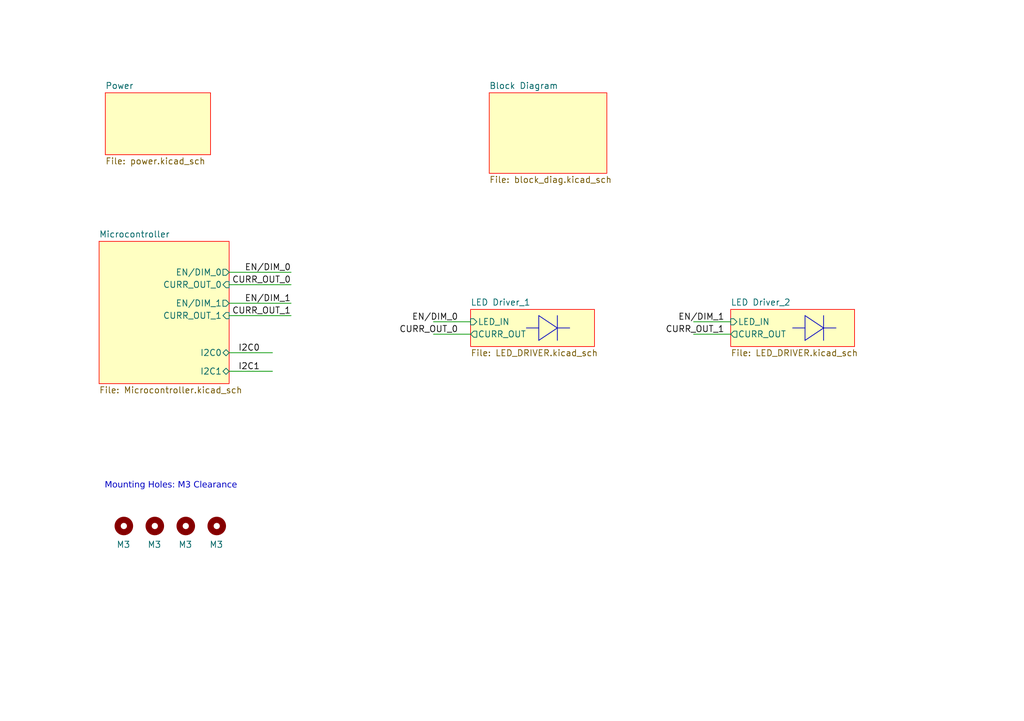
<source format=kicad_sch>
(kicad_sch (version 20231120) (generator "eeschema") (generator_version "8.0")
  (paper "A5")
  (title_block (title "${SHEETNAME}") (date "2024-11-13") (rev "1.2.0") (company "Demeter") (comment 1 "Akshat Doctor"))
  (lib_symbols
    (symbol "Mechanical:MountingHole" (pin_names (offset 1.016)) (exclude_from_sim yes) (in_bom no)
      (property "Reference" "H" (at 0 5.08 0))
      (property "Value" "MountingHole" (at 0 3.175 0))
      (symbol "MountingHole_0_1"
        (circle (center 0 0) (radius 1.27) (stroke (width 1.27)))
      )
    )
  )
  (polyline (pts (xy 114.3 64.77) (xy 114.3 69.85)))
  (polyline (pts (xy 114.3 67.31) (xy 116.84 67.31)))
  (wire (pts (xy 142.24 66.04) (xy 149.86 66.04)))
  (wire (pts (xy 142.24 68.58) (xy 149.86 68.58)))
  (polyline (pts (xy 168.91 64.77) (xy 168.91 69.85)))
  (polyline (pts (xy 168.91 67.31) (xy 171.45 67.31)))
  (polyline (pts (xy 107.95 67.31) (xy 110.49 67.31)))
  (wire (pts (xy 88.9 66.04) (xy 96.52 66.04)))
  (polyline (pts (xy 110.49 69.85) (xy 114.3 67.31)))
  (polyline (pts (xy 165.1 69.85) (xy 168.91 67.31)))
  (polyline (pts (xy 110.49 64.77) (xy 110.49 69.85)))
  (polyline (pts (xy 110.49 64.77) (xy 114.3 67.31)))
  (wire (pts (xy 46.99 64.77) (xy 59.69 64.77)))
  (polyline (pts (xy 162.56 67.31) (xy 165.1 67.31)))
  (wire (pts (xy 46.99 72.39) (xy 55.88 72.39)))
  (wire (pts (xy 46.99 76.2) (xy 55.88 76.2)))
  (wire (pts (xy 88.9 68.58) (xy 96.52 68.58)))
  (polyline (pts (xy 165.1 64.77) (xy 165.1 69.85)))
  (wire (pts (xy 46.99 62.23) (xy 59.69 62.23)))
  (wire (pts (xy 46.99 58.42) (xy 59.69 58.42)))
  (wire (pts (xy 46.99 55.88) (xy 59.69 55.88)))
  (polyline (pts (xy 165.1 64.77) (xy 168.91 67.31)))
  (text "Mounting Holes: M3 Clearance" (at 35.052 100.076 0) (effects (font (size 1.27 1.27))))
  (label "CURR_OUT_1" (at 148.59 68.58 180))
  (label "CURR_OUT_0" (at 59.69 58.42 180))
  (label "EN{slash}DIM_1" (at 59.69 62.23 180))
  (label "CURR_OUT_0" (at 93.98 68.58 180))
  (label "EN{slash}DIM_0" (at 93.98 66.04 180))
  (label "I2C1" (at 53.34 76.2 180))
  (label "EN{slash}DIM_0" (at 59.69 55.88 180))
  (label "EN{slash}DIM_1" (at 148.59 66.04 180))
  (label "I2C0" (at 53.34 72.39 180))
  (label "CURR_OUT_1" (at 59.69 64.77 180))
  (symbol (lib_id "Mechanical:MountingHole") (at 38.1 107.95 0) (unit 1) (exclude_from_sim yes) (in_bom no)
    (property "Reference" "H3" (effects (hide yes)))
    (property "Value" "M3" (at 36.576 111.76 0) (effects (justify left)))
    (property "Footprint" "MountingHole:MountingHole_3.2mm_M3" (effects (hide yes)))
    (property "Description" "Mounting Hole without connection" (effects (hide yes)))
  )
  (symbol (lib_id "Mechanical:MountingHole") (at 44.45 107.95 0) (unit 1) (exclude_from_sim yes) (in_bom no)
    (property "Reference" "H4" (effects (hide yes)))
    (property "Value" "M3" (at 42.926 111.76 0) (effects (justify left)))
    (property "Footprint" "MountingHole:MountingHole_3.2mm_M3" (effects (hide yes)))
    (property "Description" "Mounting Hole without connection" (effects (hide yes)))
  )
  (symbol (lib_id "Mechanical:MountingHole") (at 31.75 107.95 0) (unit 1) (exclude_from_sim yes) (in_bom no)
    (property "Reference" "H2" (effects (hide yes)))
    (property "Value" "M3" (at 30.226 111.76 0) (effects (justify left)))
    (property "Footprint" "MountingHole:MountingHole_3.2mm_M3" (effects (hide yes)))
    (property "Description" "Mounting Hole without connection" (effects (hide yes)))
  )
  (symbol (lib_id "Mechanical:MountingHole") (at 25.4 107.95 0) (unit 1) (exclude_from_sim yes) (in_bom no)
    (property "Reference" "H1" (effects (hide yes)))
    (property "Value" "M3" (at 23.876 111.76 0) (effects (justify left)))
    (property "Footprint" "MountingHole:MountingHole_3.2mm_M3" (effects (hide yes)))
    (property "Description" "Mounting Hole without connection" (effects (hide yes)))
  )
  (sheet (at 100.33 19.05) (size 24.13 16.51) (stroke (width 0.1524) (color 255 0 0 1)) (fill (color 255 255 194 1.0000))
    (property "Sheetname" "Block Diagram" (at 100.33 18.3384 0) (effects (justify left bottom)))
    (property "Sheetfile" "block_diag.kicad_sch" (at 100.33 36.1446 0) (effects (justify left top)))
  )
  (sheet (at 21.59 19.05) (size 21.59 12.7) (stroke (width 0.1524) (color 255 0 0 1)) (fill (color 255 255 194 1.0000))
    (property "Sheetname" "Power" (at 21.59 18.3384 0) (effects (justify left bottom)))
    (property "Sheetfile" "power.kicad_sch" (at 21.59 32.3346 0) (effects (justify left top)))
  )
  (sheet (at 149.86 63.5) (size 25.4 7.62) (stroke (width 0.1524) (color 255 0 0 1)) (fill (color 255 255 194 1.0000))
    (property "Sheetname" "LED Driver_2" (at 149.86 62.7884 0) (effects (justify left bottom)))
    (property "Sheetfile" "LED_DRIVER.kicad_sch" (at 149.86 71.7046 0) (effects (justify left top)))
    (pin "LED_IN" input (at 149.86 66.04 180))
    (pin "CURR_OUT" output (at 149.86 68.58 180))
  )
  (sheet (at 20.32 49.53) (size 26.67 29.21) (stroke (width 0.1524) (color 255 0 0 1)) (fill (color 255 255 194 1.0000))
    (property "Sheetname" "Microcontroller" (at 20.32 48.8184 0) (effects (justify left bottom)))
    (property "Sheetfile" "Microcontroller.kicad_sch" (at 20.32 79.3246 0) (effects (justify left top)))
    (pin "EN{slash}DIM_1" output (at 46.99 62.23 0))
    (pin "EN{slash}DIM_0" output (at 46.99 55.88 0))
    (pin "I2C0" bidirectional (at 46.99 72.39 0))
    (pin "I2C1" bidirectional (at 46.99 76.2 0))
    (pin "CURR_OUT_0" input (at 46.99 58.42 0))
    (pin "CURR_OUT_1" input (at 46.99 64.77 0))
  )
  (sheet (at 96.52 63.5) (size 25.4 7.62) (stroke (width 0.1524) (color 255 0 0 1)) (fill (color 255 255 194 1.0000))
    (property "Sheetname" "LED Driver_1" (at 96.52 62.7884 0) (effects (justify left bottom)))
    (property "Sheetfile" "LED_DRIVER.kicad_sch" (at 96.52 71.7046 0) (effects (justify left top)))
    (pin "LED_IN" input (at 96.52 66.04 180))
    (pin "CURR_OUT" output (at 96.52 68.58 180))
  )
)
</source>
